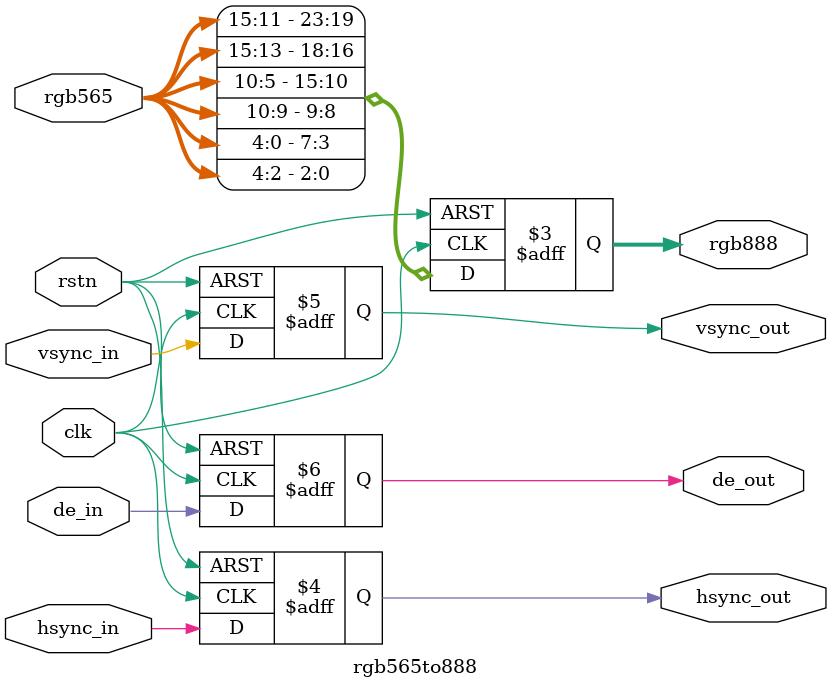
<source format=v>
`timescale 1ns / 1ps


module rgb565to888(
        input             clk,       // 像素时钟
        input             rstn,      // 异步复位
        input      [15:0] rgb565,    // 输入 RGB565 数据，格式：{R[4:0], G[5:0], B[4:0]}
        input             hsync_in,  // 输入行同步信号
        input             vsync_in,  // 输入场同步信号
        input             de_in,     // 输入视频有效信号
        output reg [23:0] rgb888,    // 输出 RGB888 数据，格式：{R[7:0], G[7:0], B[7:0]}
        output reg        hsync_out, // 对齐后的行同步信号
        output reg        vsync_out, // 对齐后的场同步信号
        output reg        de_out     // 对齐后的视频有效信号
    );

    always @(posedge clk or negedge rstn) begin
        if (!rstn) begin
            rgb888    <= 24'b0;
            hsync_out <= 1'b0;
            vsync_out <= 1'b0;
            de_out    <= 1'b0;
        end
        else begin
            // 提取 RGB565 各颜色分量
            // 红色：bits [15:11]，补齐高位: {R[4:0], R[4:2]}
            // 绿色：bits [10:5]，补齐高位: {G[5:0], G[5:4]}
            // 蓝色：bits [4:0]，补齐高位: {B[4:0], B[4:2]}
            rgb888 <= { {rgb565[15:11], rgb565[15:13]},
                        {rgb565[10:5],  rgb565[10:9]},
                        {rgb565[4:0],   rgb565[4:2]} };
            // 同步延迟对齐信号
            hsync_out <= hsync_in;
            vsync_out <= vsync_in;
            de_out    <= de_in;
        end
    end

endmodule

</source>
